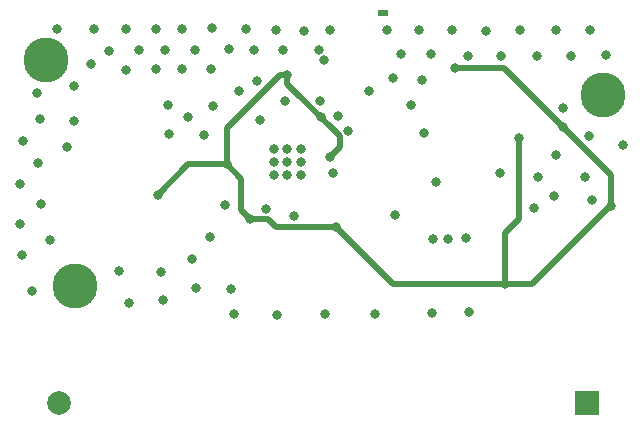
<source format=gbr>
%TF.GenerationSoftware,KiCad,Pcbnew,7.0.2*%
%TF.CreationDate,2023-05-16T00:14:24-03:00*%
%TF.ProjectId,fullWirelessComTractian,66756c6c-5769-4726-956c-657373436f6d,rev?*%
%TF.SameCoordinates,Original*%
%TF.FileFunction,Copper,L3,Inr*%
%TF.FilePolarity,Positive*%
%FSLAX46Y46*%
G04 Gerber Fmt 4.6, Leading zero omitted, Abs format (unit mm)*
G04 Created by KiCad (PCBNEW 7.0.2) date 2023-05-16 00:14:24*
%MOMM*%
%LPD*%
G01*
G04 APERTURE LIST*
%TA.AperFunction,ComponentPad*%
%ADD10R,0.900000X0.500000*%
%TD*%
%TA.AperFunction,ComponentPad*%
%ADD11C,3.800000*%
%TD*%
%TA.AperFunction,ComponentPad*%
%ADD12R,2.000000X2.000000*%
%TD*%
%TA.AperFunction,ComponentPad*%
%ADD13C,2.000000*%
%TD*%
%TA.AperFunction,ViaPad*%
%ADD14C,0.800000*%
%TD*%
%TA.AperFunction,Conductor*%
%ADD15C,0.508000*%
%TD*%
G04 APERTURE END LIST*
D10*
%TO.N,GND*%
%TO.C,ANT1*%
X159870000Y-92185000D03*
%TD*%
D11*
%TO.N,GND*%
%TO.C,REF\u002A\u002A*%
X178490000Y-99180000D03*
%TD*%
%TO.N,GND*%
%TO.C,REF\u002A\u002A*%
X131400000Y-96210000D03*
%TD*%
%TO.N,GND*%
%TO.C,REF\u002A\u002A*%
X133790000Y-115350000D03*
%TD*%
D12*
%TO.N,Net-(BT1-+)*%
%TO.C,BT1*%
X177180000Y-125230000D03*
D13*
%TO.N,GND*%
X132480000Y-125230000D03*
%TD*%
D14*
%TO.N,GND*%
X133760000Y-101330000D03*
X150900000Y-117760000D03*
X161400000Y-95690000D03*
X167060000Y-95860000D03*
X138140000Y-97000000D03*
X129160000Y-106660000D03*
X174510000Y-104250000D03*
X160210000Y-93630000D03*
X174570000Y-93630000D03*
X160780000Y-97740000D03*
X165380000Y-111310000D03*
X150820000Y-93640000D03*
X159220000Y-117700000D03*
X167180000Y-117560000D03*
X151780000Y-104830000D03*
X148270000Y-93600000D03*
X151410000Y-95310000D03*
X130850000Y-101220000D03*
X137540000Y-114040000D03*
X144060000Y-115520000D03*
X130690000Y-104910000D03*
X162900000Y-93630000D03*
X151780000Y-103740000D03*
X171490000Y-93650000D03*
X143720000Y-113070000D03*
X168610000Y-93690000D03*
X151790000Y-105910000D03*
X155020000Y-117700000D03*
X130140000Y-115740000D03*
X177330000Y-102610000D03*
X143410000Y-101020000D03*
X140650000Y-96970000D03*
X138350000Y-116800000D03*
X147050000Y-115540000D03*
X150640000Y-103730000D03*
X163380000Y-102360000D03*
X177380000Y-93620000D03*
X145380000Y-93500000D03*
X130570000Y-99000000D03*
X180170000Y-103420000D03*
X148940000Y-95310000D03*
X163170000Y-97870000D03*
X140670000Y-93530000D03*
X172960000Y-95870000D03*
X129160000Y-110090000D03*
X141430000Y-95380000D03*
X169900000Y-95860000D03*
X156953419Y-102219078D03*
X146850000Y-95270000D03*
X138160000Y-93560000D03*
X147250000Y-117730000D03*
X151560000Y-99660000D03*
X172980000Y-106090000D03*
X160870000Y-109300000D03*
X155400000Y-93680000D03*
X152910000Y-104800000D03*
X144770000Y-102570000D03*
X135180000Y-96510000D03*
X145360000Y-96940000D03*
X141680000Y-100010000D03*
X172690000Y-108690000D03*
X141270000Y-116490000D03*
X162250000Y-99980000D03*
X155680000Y-105759500D03*
X165730000Y-93650000D03*
X141790000Y-102460000D03*
X152910000Y-103710000D03*
X145470000Y-100100000D03*
X143940000Y-95350000D03*
X129330000Y-112730000D03*
X175160000Y-100260000D03*
X129410000Y-103070000D03*
X147690000Y-98800000D03*
X175770000Y-95820000D03*
X139230000Y-95380000D03*
X177580000Y-108010000D03*
X177020000Y-106060000D03*
X133740000Y-98360000D03*
X136720000Y-95410000D03*
X150650000Y-105900000D03*
X169820000Y-105760000D03*
X135460000Y-93590000D03*
X145280000Y-111170000D03*
X163930000Y-95690000D03*
X150640000Y-104820000D03*
X153200000Y-93730000D03*
X154480000Y-95320000D03*
X131700000Y-111420000D03*
X130940000Y-108390000D03*
X142850000Y-96970000D03*
X164070000Y-117580000D03*
X142870000Y-93530000D03*
X132290000Y-93560000D03*
X158740000Y-98790000D03*
X174370000Y-107680000D03*
X141080000Y-114100000D03*
X164090000Y-111320000D03*
X152920000Y-105880000D03*
X178750000Y-95740000D03*
%TO.N,Net-(U1-CHIP_PU)*%
X149500000Y-101290000D03*
X156110000Y-100960000D03*
X166900000Y-111250000D03*
%TO.N,Net-(C8-Pad1)*%
X154560000Y-99680000D03*
X154920000Y-96150000D03*
%TO.N,VDD33*%
X155880000Y-110300000D03*
X155370000Y-104389500D03*
X175150000Y-101880000D03*
X170230000Y-115120000D03*
X148604469Y-109631825D03*
X171400000Y-102820000D03*
X146660000Y-104990000D03*
X179160000Y-108560000D03*
X140800000Y-107610000D03*
X151780000Y-97420000D03*
X154610000Y-100970000D03*
X166000000Y-96860000D03*
%TO.N,DMWP*%
X146535480Y-108485480D03*
X133130000Y-103510000D03*
%TO.N,PMHD*%
X152360000Y-109410000D03*
X149970000Y-108780000D03*
%TO.N,Net-(U6-V_{OUT})*%
X164380000Y-106550000D03*
X149200000Y-97990000D03*
%TD*%
D15*
%TO.N,VDD33*%
X170130000Y-96860000D02*
X166000000Y-96860000D01*
X171400000Y-102820000D02*
X171400000Y-109660000D01*
X179160000Y-108560000D02*
X179100000Y-108560000D01*
X148604469Y-109631825D02*
X147890000Y-108917356D01*
X172540000Y-115120000D02*
X170230000Y-115120000D01*
X150171825Y-109631825D02*
X148604469Y-109631825D01*
X171400000Y-109660000D02*
X170230000Y-110830000D01*
X156226000Y-103533500D02*
X156226000Y-102626000D01*
X179160000Y-108560000D02*
X179160000Y-105890000D01*
X146660000Y-104990000D02*
X143420000Y-104990000D01*
X175150000Y-101880000D02*
X170130000Y-96860000D01*
X150840000Y-110300000D02*
X150171825Y-109631825D01*
X155880000Y-110300000D02*
X150840000Y-110300000D01*
X156226000Y-102626000D02*
X151780000Y-98180000D01*
X151780000Y-98180000D02*
X151780000Y-97420000D01*
X151780000Y-97420000D02*
X151199455Y-97420000D01*
X160700000Y-115120000D02*
X170230000Y-115120000D01*
X155880000Y-110300000D02*
X160700000Y-115120000D01*
X147890000Y-108917356D02*
X147890000Y-106220000D01*
X146660000Y-101959455D02*
X146660000Y-104990000D01*
X155370000Y-104389500D02*
X156226000Y-103533500D01*
X179160000Y-105890000D02*
X175150000Y-101880000D01*
X151199455Y-97420000D02*
X146660000Y-101959455D01*
X179100000Y-108560000D02*
X172540000Y-115120000D01*
X143420000Y-104990000D02*
X140800000Y-107610000D01*
X170230000Y-110830000D02*
X170230000Y-115120000D01*
X147890000Y-106220000D02*
X146660000Y-104990000D01*
%TD*%
M02*

</source>
